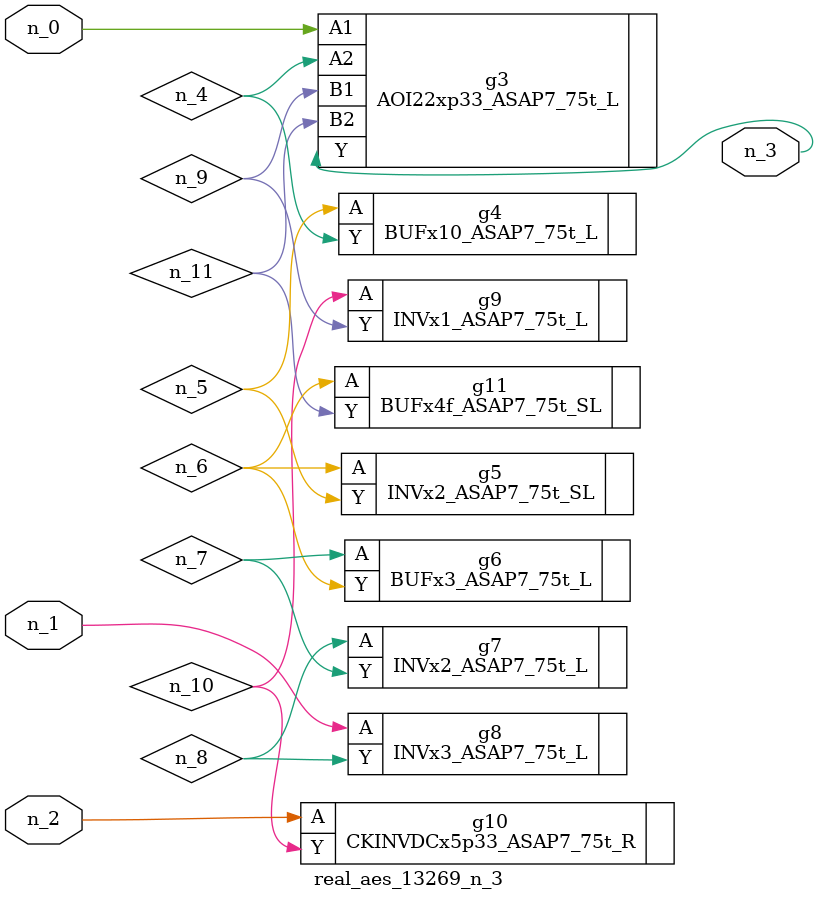
<source format=v>
module real_aes_13269_n_3 (n_0, n_2, n_1, n_3);
input n_0;
input n_2;
input n_1;
output n_3;
wire n_4;
wire n_5;
wire n_7;
wire n_9;
wire n_6;
wire n_8;
wire n_10;
wire n_11;
AOI22xp33_ASAP7_75t_L g3 ( .A1(n_0), .A2(n_4), .B1(n_9), .B2(n_11), .Y(n_3) );
INVx3_ASAP7_75t_L g8 ( .A(n_1), .Y(n_8) );
CKINVDCx5p33_ASAP7_75t_R g10 ( .A(n_2), .Y(n_10) );
BUFx10_ASAP7_75t_L g4 ( .A(n_5), .Y(n_4) );
INVx2_ASAP7_75t_SL g5 ( .A(n_6), .Y(n_5) );
BUFx4f_ASAP7_75t_SL g11 ( .A(n_6), .Y(n_11) );
BUFx3_ASAP7_75t_L g6 ( .A(n_7), .Y(n_6) );
INVx2_ASAP7_75t_L g7 ( .A(n_8), .Y(n_7) );
INVx1_ASAP7_75t_L g9 ( .A(n_10), .Y(n_9) );
endmodule
</source>
